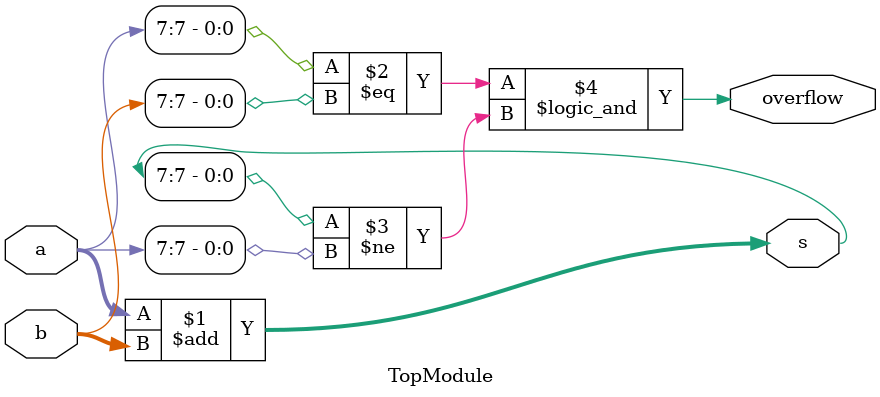
<source format=sv>
module TopModule(
    input signed [7:0] a,
    input signed [7:0] b,
    output signed [7:0] s,
    output logic overflow
);

    assign s = a + b;

    // Overflow detection logic
    assign overflow = (a[7] == b[7]) && (s[7] != a[7]);

endmodule
</source>
